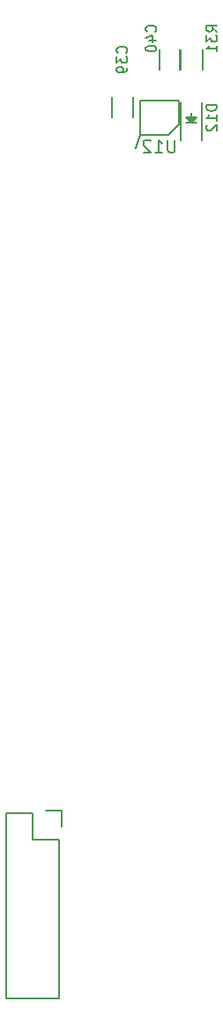
<source format=gbo>
G04 #@! TF.FileFunction,Legend,Bot*
%FSLAX46Y46*%
G04 Gerber Fmt 4.6, Leading zero omitted, Abs format (unit mm)*
G04 Created by KiCad (PCBNEW 4.0.2-stable) date 5/29/2016 8:13:19 PM*
%MOMM*%
G01*
G04 APERTURE LIST*
%ADD10C,0.127000*%
%ADD11C,0.150000*%
G04 APERTURE END LIST*
D10*
D11*
X106680000Y-173990000D02*
X106680000Y-156210000D01*
X111760000Y-158750000D02*
X111760000Y-173990000D01*
X106680000Y-173990000D02*
X111760000Y-173990000D01*
X106680000Y-156210000D02*
X109220000Y-156210000D01*
X110490000Y-155930000D02*
X112040000Y-155930000D01*
X109220000Y-156210000D02*
X109220000Y-158750000D01*
X109220000Y-158750000D02*
X111760000Y-158750000D01*
X112040000Y-155930000D02*
X112040000Y-157480000D01*
X118881000Y-87392000D02*
X118881000Y-89392000D01*
X116831000Y-89392000D02*
X116831000Y-87392000D01*
X123453000Y-82820000D02*
X123453000Y-84820000D01*
X121403000Y-84820000D02*
X121403000Y-82820000D01*
X123410000Y-91558000D02*
X123410000Y-87958000D01*
X125510000Y-91558000D02*
X125510000Y-87958000D01*
X124760000Y-89508000D02*
X124160000Y-89508000D01*
X124160000Y-89508000D02*
X124460000Y-89808000D01*
X124460000Y-89808000D02*
X124660000Y-89608000D01*
X124660000Y-89608000D02*
X124410000Y-89608000D01*
X124410000Y-89608000D02*
X124460000Y-89658000D01*
X124960000Y-89908000D02*
X123960000Y-89908000D01*
X124460000Y-89408000D02*
X124460000Y-88908000D01*
X124460000Y-89908000D02*
X124960000Y-89408000D01*
X124960000Y-89408000D02*
X123960000Y-89408000D01*
X123960000Y-89408000D02*
X124460000Y-89908000D01*
X123385000Y-82820000D02*
X123385000Y-84820000D01*
X125535000Y-84820000D02*
X125535000Y-82820000D01*
X119583200Y-91033600D02*
X119126000Y-92303600D01*
X123262000Y-90058000D02*
X122262000Y-91058000D01*
X122262000Y-91058000D02*
X119562000Y-91058000D01*
X119562000Y-91058000D02*
X119562000Y-87758000D01*
X119562000Y-87758000D02*
X123262000Y-87758000D01*
X123262000Y-87758000D02*
X123262000Y-90058000D01*
X118213143Y-83177143D02*
X118260762Y-83129524D01*
X118308381Y-82986667D01*
X118308381Y-82891429D01*
X118260762Y-82748571D01*
X118165524Y-82653333D01*
X118070286Y-82605714D01*
X117879810Y-82558095D01*
X117736952Y-82558095D01*
X117546476Y-82605714D01*
X117451238Y-82653333D01*
X117356000Y-82748571D01*
X117308381Y-82891429D01*
X117308381Y-82986667D01*
X117356000Y-83129524D01*
X117403619Y-83177143D01*
X117308381Y-83510476D02*
X117308381Y-84129524D01*
X117689333Y-83796190D01*
X117689333Y-83939048D01*
X117736952Y-84034286D01*
X117784571Y-84081905D01*
X117879810Y-84129524D01*
X118117905Y-84129524D01*
X118213143Y-84081905D01*
X118260762Y-84034286D01*
X118308381Y-83939048D01*
X118308381Y-83653333D01*
X118260762Y-83558095D01*
X118213143Y-83510476D01*
X118308381Y-84605714D02*
X118308381Y-84796190D01*
X118260762Y-84891429D01*
X118213143Y-84939048D01*
X118070286Y-85034286D01*
X117879810Y-85081905D01*
X117498857Y-85081905D01*
X117403619Y-85034286D01*
X117356000Y-84986667D01*
X117308381Y-84891429D01*
X117308381Y-84700952D01*
X117356000Y-84605714D01*
X117403619Y-84558095D01*
X117498857Y-84510476D01*
X117736952Y-84510476D01*
X117832190Y-84558095D01*
X117879810Y-84605714D01*
X117927429Y-84700952D01*
X117927429Y-84891429D01*
X117879810Y-84986667D01*
X117832190Y-85034286D01*
X117736952Y-85081905D01*
X121007143Y-81145143D02*
X121054762Y-81097524D01*
X121102381Y-80954667D01*
X121102381Y-80859429D01*
X121054762Y-80716571D01*
X120959524Y-80621333D01*
X120864286Y-80573714D01*
X120673810Y-80526095D01*
X120530952Y-80526095D01*
X120340476Y-80573714D01*
X120245238Y-80621333D01*
X120150000Y-80716571D01*
X120102381Y-80859429D01*
X120102381Y-80954667D01*
X120150000Y-81097524D01*
X120197619Y-81145143D01*
X120435714Y-82002286D02*
X121102381Y-82002286D01*
X120054762Y-81764190D02*
X120769048Y-81526095D01*
X120769048Y-82145143D01*
X120102381Y-82716571D02*
X120102381Y-82811810D01*
X120150000Y-82907048D01*
X120197619Y-82954667D01*
X120292857Y-83002286D01*
X120483333Y-83049905D01*
X120721429Y-83049905D01*
X120911905Y-83002286D01*
X121007143Y-82954667D01*
X121054762Y-82907048D01*
X121102381Y-82811810D01*
X121102381Y-82716571D01*
X121054762Y-82621333D01*
X121007143Y-82573714D01*
X120911905Y-82526095D01*
X120721429Y-82478476D01*
X120483333Y-82478476D01*
X120292857Y-82526095D01*
X120197619Y-82573714D01*
X120150000Y-82621333D01*
X120102381Y-82716571D01*
X126912381Y-88193714D02*
X125912381Y-88193714D01*
X125912381Y-88431809D01*
X125960000Y-88574667D01*
X126055238Y-88669905D01*
X126150476Y-88717524D01*
X126340952Y-88765143D01*
X126483810Y-88765143D01*
X126674286Y-88717524D01*
X126769524Y-88669905D01*
X126864762Y-88574667D01*
X126912381Y-88431809D01*
X126912381Y-88193714D01*
X126912381Y-89717524D02*
X126912381Y-89146095D01*
X126912381Y-89431809D02*
X125912381Y-89431809D01*
X126055238Y-89336571D01*
X126150476Y-89241333D01*
X126198095Y-89146095D01*
X126007619Y-90098476D02*
X125960000Y-90146095D01*
X125912381Y-90241333D01*
X125912381Y-90479429D01*
X125960000Y-90574667D01*
X126007619Y-90622286D01*
X126102857Y-90669905D01*
X126198095Y-90669905D01*
X126340952Y-90622286D01*
X126912381Y-90050857D01*
X126912381Y-90669905D01*
X126944381Y-81145143D02*
X126468190Y-80811809D01*
X126944381Y-80573714D02*
X125944381Y-80573714D01*
X125944381Y-80954667D01*
X125992000Y-81049905D01*
X126039619Y-81097524D01*
X126134857Y-81145143D01*
X126277714Y-81145143D01*
X126372952Y-81097524D01*
X126420571Y-81049905D01*
X126468190Y-80954667D01*
X126468190Y-80573714D01*
X125944381Y-81478476D02*
X125944381Y-82097524D01*
X126325333Y-81764190D01*
X126325333Y-81907048D01*
X126372952Y-82002286D01*
X126420571Y-82049905D01*
X126515810Y-82097524D01*
X126753905Y-82097524D01*
X126849143Y-82049905D01*
X126896762Y-82002286D01*
X126944381Y-81907048D01*
X126944381Y-81621333D01*
X126896762Y-81526095D01*
X126849143Y-81478476D01*
X126944381Y-83049905D02*
X126944381Y-82478476D01*
X126944381Y-82764190D02*
X125944381Y-82764190D01*
X126087238Y-82668952D01*
X126182476Y-82573714D01*
X126230095Y-82478476D01*
X122897714Y-91544857D02*
X122897714Y-92516286D01*
X122840571Y-92630571D01*
X122783428Y-92687714D01*
X122669142Y-92744857D01*
X122440571Y-92744857D01*
X122326285Y-92687714D01*
X122269142Y-92630571D01*
X122211999Y-92516286D01*
X122211999Y-91544857D01*
X121011999Y-92744857D02*
X121697714Y-92744857D01*
X121354856Y-92744857D02*
X121354856Y-91544857D01*
X121469142Y-91716286D01*
X121583428Y-91830571D01*
X121697714Y-91887714D01*
X120554857Y-91659143D02*
X120497714Y-91602000D01*
X120383428Y-91544857D01*
X120097714Y-91544857D01*
X119983428Y-91602000D01*
X119926285Y-91659143D01*
X119869142Y-91773429D01*
X119869142Y-91887714D01*
X119926285Y-92059143D01*
X120611999Y-92744857D01*
X119869142Y-92744857D01*
M02*

</source>
